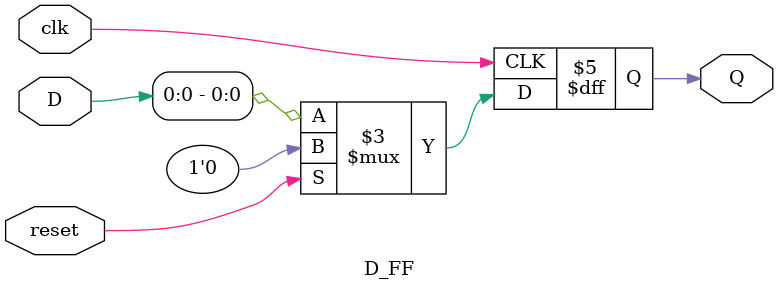
<source format=v>
`timescale 1ns / 1ps
module D_FF(D, clk, reset,Q);
input [3:0] D;
input clk, reset;
output reg Q;

always@(posedge clk)
begin 
if(reset)
Q<=0;
else
Q<=D;
end 
endmodule

</source>
